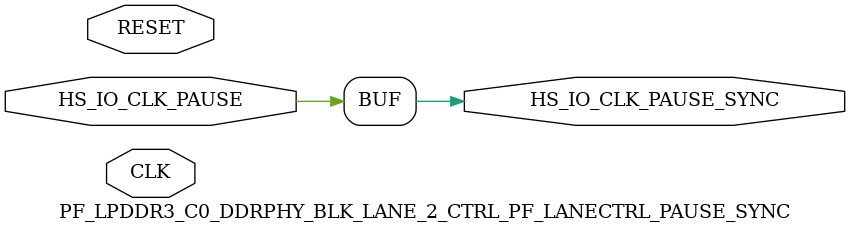
<source format=v>


module PF_LPDDR3_C0_DDRPHY_BLK_LANE_2_CTRL_PF_LANECTRL_PAUSE_SYNC( CLK, RESET, HS_IO_CLK_PAUSE, HS_IO_CLK_PAUSE_SYNC );
	
	input CLK, RESET, HS_IO_CLK_PAUSE;
	output HS_IO_CLK_PAUSE_SYNC;

	parameter ENABLE_PAUSE_EXTENSION = 2'b00;

	reg pause_reg_0, pause_reg_1, pause;
	wire pause_sync_0_i;

	generate 
		if( ENABLE_PAUSE_EXTENSION == 3'b000 ) begin : feed
			assign HS_IO_CLK_PAUSE_SYNC = HS_IO_CLK_PAUSE;
		end else if( ENABLE_PAUSE_EXTENSION == 3'b001 ) begin : pipe
			(* HS_IO_CLK_PAUSE_SYNC = 1, syn_keep = 1 *) SLE pause_sync_0(
				.CLK( CLK ),
				.D( HS_IO_CLK_PAUSE ),
				.Q( pause_sync_0_i ),
				.LAT( 1'b0 ),
				.EN( 1'b1 ),
				.ALn( ~RESET ),
				.ADn( 1'b1 ),
				.SLn( 1'b1 ),
				.SD( 1'b0 )
				);

			(* HS_IO_CLK_PAUSE_SYNC = 1, syn_keep = 1 *) SLE pause_sync (
				.CLK( CLK ),
				.D( pause_sync_0_i ),
				.Q( HS_IO_CLK_PAUSE_SYNC ),
				.LAT( 1'b0 ),
				.EN( 1'b1 ),
				.ALn( ~RESET ),
				.ADn( 1'b1 ),
				.SLn( 1'b1 ),
				.SD( 1'b0 )
				);
		end else if ( ENABLE_PAUSE_EXTENSION == 3'b010 ) begin : ext_pipe
			always @(posedge CLK or posedge RESET) begin : ext
				if( RESET == 1'b1 ) begin
					pause_reg_0 <= 1'b0;
					pause_reg_1 <= 1'b0;
					pause <= 1'b0;
				end else begin
					pause_reg_0 <= HS_IO_CLK_PAUSE;
					pause_reg_1 <= pause_reg_0;
					if( HS_IO_CLK_PAUSE == 1'b0 && pause_reg_0 ==1'b1 && pause_reg_1 == 1'b0 )
						pause <= 1'b1; // Extend by 1 cycle if the pulse is less than a cycle
					else
						pause <= HS_IO_CLK_PAUSE;
				end
			end

			(* HS_IO_CLK_PAUSE_SYNC = 1, syn_keep = 1 *) SLE pause_sync (
				.CLK( CLK ),
				.D( pause ),
				.Q( HS_IO_CLK_PAUSE_SYNC ),
				.LAT( 1'b0 ),
				.EN( 1'b1 ),
				.ALn( ~RESET ),
				.ADn( 1'b1 ),
				.SLn( 1'b1 ),
				.SD( 1'b0 )
				);
		end else if ( ENABLE_PAUSE_EXTENSION == 3'b011 ) begin : pipe_fall 
			(* HS_IO_CLK_PAUSE_SYNC = 1, syn_keep = 1 *) SLE pause_sync_0 (
				.CLK( CLK ),
				.D( HS_IO_CLK_PAUSE ),
				.Q( pause_sync_0_i ),
				.LAT( 1'b0 ),
				.EN( 1'b1 ),
				.ALn( ~RESET ),
				.ADn( 1'b1 ),
				.SLn( 1'b1 ),
				.SD( 1'b0 )
				);

			(* HS_IO_CLK_PAUSE_SYNC = 1, syn_keep = 1 *) SLE pause_sync (
				.CLK( ~CLK ),
				.D( pause_sync_0_i ),
				.Q( HS_IO_CLK_PAUSE_SYNC ),
				.LAT( 1'b0 ),
				.EN( 1'b1 ),
				.ALn( ~RESET ),
				.ADn( 1'b1 ),
				.SLn( 1'b1 ),
				.SD( 1'b0 )
				);
		end else if ( ENABLE_PAUSE_EXTENSION == 3'b100 ) begin : ext_pipe_fall 
			always @(posedge CLK or posedge RESET) begin : ext
				if( RESET == 1'b1 ) begin
					pause_reg_0 <= 1'b0;
					pause_reg_1 <= 1'b0;
					pause <= 1'b0;
				end else begin
					pause_reg_0 <= HS_IO_CLK_PAUSE;
					pause_reg_1 <= pause_reg_0;
					if( HS_IO_CLK_PAUSE == 1'b0 && pause_reg_0 ==1'b1 && pause_reg_1 == 1'b0 )
						pause <= 1'b1; // Extend by 1 cycle if the pulse is less than a cycle
					else
						pause <= HS_IO_CLK_PAUSE;
				end
			end

			(* HS_IO_CLK_PAUSE_SYNC = 1, syn_keep = 1 *) SLE pause_sync (
				.CLK( ~CLK ),
				.D( pause ),
				.Q( HS_IO_CLK_PAUSE_SYNC ),
				.LAT( 1'b0 ),
				.EN( 1'b1 ),
				.ALn( ~RESET ),
				.ADn( 1'b1 ),
				.SLn( 1'b1 ),
				.SD( 1'b0 )
				);
		end
	endgenerate

endmodule
</source>
